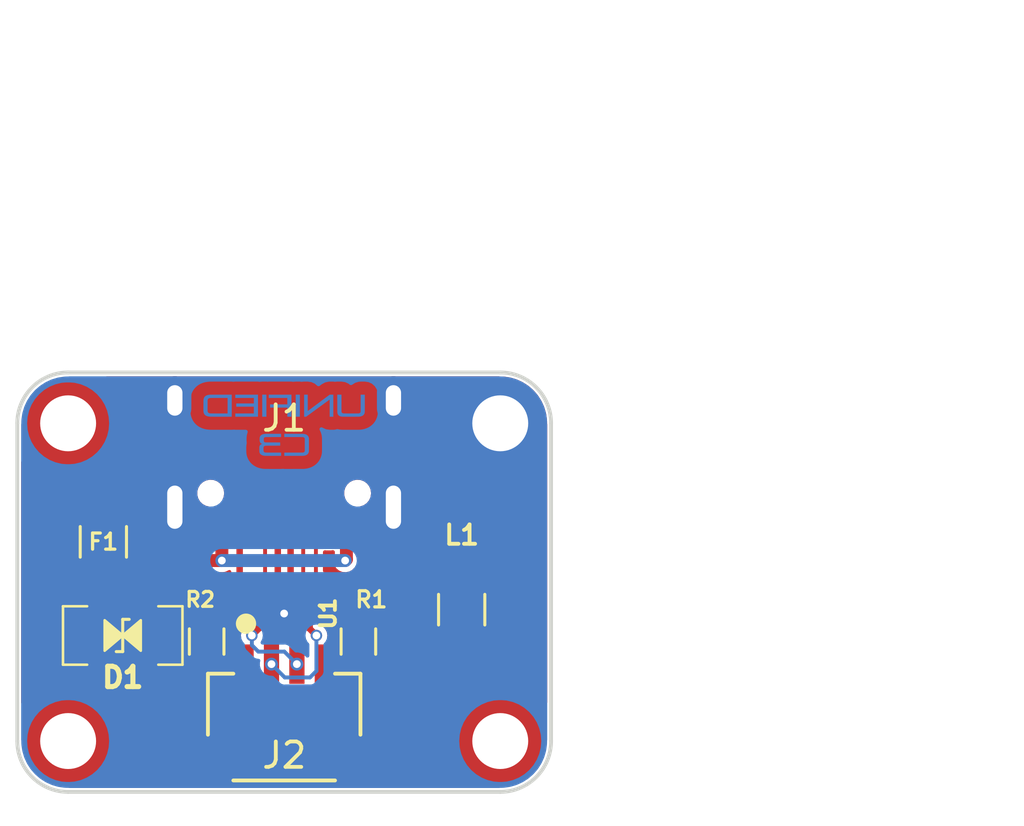
<source format=kicad_pcb>
(kicad_pcb (version 20210424) (generator pcbnew)
  (title_block (title "Unified Daughterboard") (date "2020-03-22") (rev "C3") (company "Designed by the keyboard community"))
  (layers (0 "F.Cu" signal) (31 "B.Cu" signal) (34 "B.Paste" user) (35 "F.Paste" user) (36 "B.SilkS" user "B.Silkscreen") (37 "F.SilkS" user "F.Silkscreen") (38 "B.Mask" user) (39 "F.Mask" user) (44 "Edge.Cuts" user))
  (net 0 "")
  (net 1 "GND")
  (net 2 "VCC")
  (net 3 "GNDPWR")
  (net 4 "Net-(J1-PadB8)")
  (net 5 "Net-(J1-PadA5)")
  (net 6 "DA+")
  (net 7 "Net-(J1-PadB5)")
  (net 8 "Net-(J1-PadA8)")
  (net 9 "DA-")
  (net 10 "VBUS")
  (footprint "random-keyboard-parts:Generic-Mounthole" (layer "F.Cu") (at 83.5045 58.543)
    (fp_text reference "MH2" hide)
    (fp_text value "Mount-M2" hide)
    (pad "1" thru_hole circle locked (at 0 0) (size 3.500001 3.500001) (drill 2.2) (layers *.Cu *.Mask) (net 3 "GNDPWR"))
  )
  (footprint "random-keyboard-parts:Generic-Mounthole" (layer "F.Cu") (at 66.5045 58.543)
    (fp_text reference "MH1")
    (fp_text value "Mount-M2" hide)
    (pad "" np_thru_hole circle locked (at 0 0) (size 3.500001 3.500001) (drill 2.2) (layers "F.Cu" "F.Mask") (clearance 0.508))
  )
  (footprint "acheron_Connectors:TYPE-C-31-M-12" (layer "F.Cu") (at 75.0025 63.343 180)
    (fp_text reference "J1" (at 0 5) (layer "F.SilkS"))
    (fp_text value "TYPE-C-31-M12_13")
    (pad "" np_thru_hole circle locked (at -2.89 2.051 180) (size 0.65 0.65) (drill 0.65) (layers *.Cu *.Mask))
    (pad "" np_thru_hole circle locked (at 2.89 2.051 180) (size 0.65 0.65) (drill 0.65) (layers *.Cu *.Mask))
    (pad "A1" smd roundrect locked (at -3.25 1.275 180) (size 0.6 1.45) (drill (offset 0 -0.55)) (layers "F.Cu" "F.Paste" "F.Mask") (net 3 "GNDPWR"))
    (pad "A4" smd roundrect locked (at -2.45 1.275 180) (size 0.6 1.45) (drill (offset 0 -0.55)) (layers "F.Cu" "F.Paste" "F.Mask") (net 10 "VBUS"))
    (pad "A5" smd roundrect locked (at -1.25 1.275 180) (size 0.3 1.45) (drill (offset 0 -0.55)) (layers "F.Cu" "F.Paste" "F.Mask") (net 5 "Net-(J1-PadA5)"))
    (pad "A6" smd roundrect locked (at -0.254 1.275 180) (size 0.3 1.45) (drill (offset 0 -0.55)) (layers "F.Cu" "F.Paste" "F.Mask") (net 6 "DA+"))
    (pad "A7" smd roundrect locked (at 0.25 1.275 180) (size 0.3 1.45) (drill (offset 0 -0.55)) (layers "F.Cu" "F.Paste" "F.Mask") (net 9 "DA-"))
    (pad "A8" smd roundrect locked (at 1.25 1.275 180) (size 0.3 1.45) (drill (offset 0 -0.55)) (layers "F.Cu" "F.Paste" "F.Mask") (net 8 "Net-(J1-PadA8)"))
    (pad "B1" smd roundrect locked (at 3.25 1.275 180) (size 0.6 1.45) (drill (offset 0 -0.55)) (layers "F.Cu" "F.Paste" "F.Mask") (net 3 "GNDPWR"))
    (pad "B4" smd roundrect locked (at 2.45 1.275 180) (size 0.6 1.45) (drill (offset 0 -0.55)) (layers "F.Cu" "F.Paste" "F.Mask") (net 10 "VBUS"))
    (pad "B5" smd roundrect locked (at 1.75 1.275 180) (size 0.3 1.45) (drill (offset 0 -0.55)) (layers "F.Cu" "F.Paste" "F.Mask") (net 7 "Net-(J1-PadB5)"))
    (pad "B6" smd roundrect locked (at 0.75 1.275 180) (size 0.3 1.45) (drill (offset 0 -0.55)) (layers "F.Cu" "F.Paste" "F.Mask") (net 6 "DA+"))
    (pad "B7" smd roundrect locked (at -0.75 1.275 180) (size 0.3 1.45) (drill (offset 0 -0.55)) (layers "F.Cu" "F.Paste" "F.Mask") (net 9 "DA-"))
    (pad "B8" smd roundrect locked (at -1.75 1.275 180) (size 0.3 1.45) (drill (offset 0 -0.55)) (layers "F.Cu" "F.Paste" "F.Mask") (net 4 "Net-(J1-PadB8)"))
    (pad "S" thru_hole oval locked (at -4.3 1.5 180) (size 1.1 2.2) (drill oval 0.6 1.7) (layers *.Cu *.Mask) (net 3 "GNDPWR"))
    (pad "S" thru_hole oval locked (at 4.3 5.7 180) (size 1.3 1.9) (drill oval 0.6 1.2) (layers *.Cu *.Mask) (net 3 "GNDPWR"))
    (pad "S" thru_hole oval locked (at -4.3 5.7 180) (size 1.3 1.9) (drill oval 0.6 1.2) (layers *.Cu *.Mask) (net 3 "GNDPWR"))
    (pad "S" thru_hole oval locked (at 4.3 1.5 180) (size 1.1 2.2) (drill oval 0.6 1.7) (layers *.Cu *.Mask) (net 3 "GNDPWR"))
  )
  (footprint "random-keyboard-parts:JST-SR-4" (layer "F.Cu") (at 75.0045 72.793)
    (fp_text reference "J2" (at 0.004 -1.189) (layer "F.SilkS"))
    (fp_text value "SM04B-SRSS-TB(LF)(SN)")
    (fp_line (start 2 -4.4) (end 3 -4.4) (layer "F.SilkS") (width 0.15))
    (fp_line (start 3 -4.4) (end 3 -2) (layer "F.SilkS") (width 0.15))
    (fp_line (start -3 -2) (end -3 -4.4) (layer "F.SilkS") (width 0.15))
    (fp_line (start 2 -0.2) (end -2 -0.2) (layer "F.SilkS") (width 0.15))
    (fp_line (start -3 -4.4) (end -2 -4.4) (layer "F.SilkS") (width 0.15))
    (pad "" smd rect locked (at 2.8 -0.9) (size 1.2 1.8) (layers "F.Cu" "F.Paste" "F.Mask"))
    (pad "" smd rect locked (at -2.8 -0.9) (size 1.2 1.8) (layers "F.Cu" "F.Paste" "F.Mask"))
    (pad "1" smd rect locked (at -1.5 -4.775) (size 0.6 1.55) (layers "F.Cu" "F.Paste" "F.Mask") (net 2 "VCC"))
    (pad "2" smd rect locked (at -0.5 -4.775) (size 0.6 1.55) (layers "F.Cu" "F.Paste" "F.Mask") (net 9 "DA-"))
    (pad "3" smd rect locked (at 0.5 -4.775) (size 0.6 1.55) (layers "F.Cu" "F.Paste" "F.Mask") (net 6 "DA+"))
    (pad "4" smd rect locked (at 1.5 -4.775) (size 0.6 1.55) (layers "F.Cu" "F.Paste" "F.Mask") (net 1 "GND"))
  )
  (footprint "acheron_Components:D_SOD-123_Bidirectional" (layer "F.Cu") (at 68.6525 66.89 180)
    (fp_text reference "D1" (at 0 -1.651 180) (layer "F.SilkS") (effects (font (size 0.8 0.8) (thickness 0.2))))
    (fp_text value "SMF9.0CA")
    (fp_line (start 0 0.635) (end 0 -0.635) (layer "F.SilkS") (width 0.12))
    (fp_line (start 2.35 -1.15) (end 1.4 -1.15) (layer "F.SilkS") (width 0.1016))
    (fp_line (start -2.35 1.15) (end -1.4 1.15) (layer "F.SilkS") (width 0.1016))
    (fp_line (start 2.35 -1.15) (end 2.35 1.15) (layer "F.SilkS") (width 0.1016))
    (fp_line (start -2.35 1.15) (end -2.35 -1.15) (layer "F.SilkS") (width 0.1016))
    (fp_line (start 0 0.635) (end -0.254 0.635) (layer "F.SilkS") (width 0.12))
    (fp_line (start 0 -0.635) (end 0.254 -0.635) (layer "F.SilkS") (width 0.12))
    (fp_line (start -2.35 -1.15) (end -1.4 -1.15) (layer "F.SilkS") (width 0.1016))
    (fp_line (start 2.35 1.15) (end 1.4 1.15) (layer "F.SilkS") (width 0.1016))
    (fp_poly (pts (xy 0 0) (xy -0.711 0.6) (xy -0.711 -0.6)) (layer "F.SilkS") (width 0.1) (fill solid))
    (fp_poly (pts (xy 0 0) (xy 0.711 -0.6) (xy 0.711 0.6)) (layer "F.SilkS") (width 0.1) (fill solid))
    (pad "1" smd roundrect locked (at -1.65 0 180) (size 1 1.2) (layers "F.Cu" "F.Paste" "F.Mask") (net 3 "GNDPWR"))
    (pad "2" smd roundrect locked (at 1.65 0 180) (size 1 1.2) (layers "F.Cu" "F.Paste" "F.Mask") (net 2 "VCC"))
  )
  (footprint "random-keyboard-parts:Generic-Mounthole" (layer "F.Cu") (at 83.5045 71.043)
    (fp_text reference "MH4" hide)
    (fp_text value "Mount-M2" hide)
    (pad "" np_thru_hole circle locked (at 0 0) (size 3.500001 3.500001) (drill 2.2) (layers "F.Cu" "F.Mask") (clearance 0.508))
  )
  (footprint "random-keyboard-parts:Generic-Mounthole" (layer "F.Cu") (at 66.5045 71.043)
    (fp_text reference "MH3" hide)
    (fp_text value "Mount-M2" hide)
    (pad "" np_thru_hole circle locked (at 0 0) (size 3.500001 3.500001) (drill 2.2) (layers "F.Cu" "F.Mask") (clearance 0.508))
  )
  (footprint "Fuse:Fuse_1206_3216Metric" (layer "F.Cu") (at 67.8905 63.207 -90)
    (fp_text reference "F1" (at 0 0) (layer "F.SilkS") (effects (font (size 0.635 0.635) (thickness 0.127))))
    (fp_text value "ASMD1206-150")
    (fp_line (start -0.602064 -0.91) (end 0.602064 -0.91) (layer "F.SilkS") (width 0.12))
    (fp_line (start -0.602064 0.91) (end 0.602064 0.91) (layer "F.SilkS") (width 0.12))
    (pad "1" smd roundrect locked (at -1.4 0 270) (size 1.25 1.75) (layers "F.Cu" "F.Paste" "F.Mask") (roundrect_rratio 0.2) (net 10 "VBUS"))
    (pad "2" smd roundrect locked (at 1.4 0 270) (size 1.25 1.75) (layers "F.Cu" "F.Paste" "F.Mask") (roundrect_rratio 0.2) (net 2 "VCC"))
  )
  (footprint "acheron_Components:USON-10_2.5x1.0mm_P0.5mm" (layer "F.Cu") (at 75.0025 66.0264 90)
    (fp_text reference "U1" (at 0 1.7272 90) (layer "F.SilkS") (effects (font (size 0.6 0.6))))
    (fp_text value "TPD4E05U06DQAR")
    (fp_circle (center -0.4 -1.5) (end -0.4 -1.5) (layer "F.SilkS") (width 0.4) (fill none))
    (pad "1" smd roundrect locked (at -0.385 -1) (size 0.25 0.55) (layers "F.Cu" "F.Paste" "F.Mask") (roundrect_rratio 0.5) (net 6 "DA+"))
    (pad "2" smd rect locked (at -0.385 -0.5) (size 0.25 0.55) (layers "F.Cu" "F.Paste" "F.Mask") (net 9 "DA-"))
    (pad "3" smd rect locked (at -0.385 0) (size 0.3 0.55) (layers "F.Cu" "F.Paste" "F.Mask") (net 3 "GNDPWR"))
    (pad "4" smd rect locked (at -0.385 0.5) (size 0.25 0.55) (layers "F.Cu" "F.Paste" "F.Mask") (net 6 "DA+"))
    (pad "5" smd rect locked (at -0.385 1) (size 0.25 0.55) (layers "F.Cu" "F.Paste" "F.Mask") (net 9 "DA-"))
    (pad "6" smd rect locked (at 0.385 1) (size 0.25 0.55) (layers "F.Cu" "F.Paste" "F.Mask") (net 9 "DA-"))
    (pad "7" smd rect locked (at 0.385 0.5) (size 0.25 0.55) (layers "F.Cu" "F.Paste" "F.Mask") (net 6 "DA+"))
    (pad "8" smd rect locked (at 0.385 0) (size 0.3 0.55) (layers "F.Cu" "F.Paste" "F.Mask") (net 3 "GNDPWR"))
    (pad "9" smd rect locked (at 0.385 -0.5) (size 0.25 0.55) (layers "F.Cu" "F.Paste" "F.Mask") (net 9 "DA-"))
    (pad "10" smd rect locked (at 0.385 -1) (size 0.25 0.55) (layers "F.Cu" "F.Paste" "F.Mask") (net 6 "DA+"))
  )
  (footprint "Resistors_SMD:R_0603" (layer "F.Cu") (at 71.9545 67.129 -90)
    (fp_text reference "R2" (at -1.651 0.254 180) (layer "F.SilkS") (effects (font (size 0.5842 0.5842) (thickness 0.127))))
    (fp_text value "5.1k")
    (fp_line (start -0.5 -0.68) (end 0.5 -0.68) (layer "F.SilkS") (width 0.12))
    (fp_line (start 0.5 0.68) (end -0.5 0.68) (layer "F.SilkS") (width 0.12))
    (pad "1" smd rect locked (at -0.75 0 270) (size 0.5 0.9) (layers "F.Cu" "F.Paste" "F.Mask") (net 7 "Net-(J1-PadB5)"))
    (pad "2" smd rect locked (at 0.75 0 270) (size 0.5 0.9) (layers "F.Cu" "F.Paste" "F.Mask") (net 3 "GNDPWR"))
  )
  (footprint "Resistors_SMD:R_0603" (layer "F.Cu") (at 77.9235 67.129 -90)
    (fp_text reference "R1" (at -1.651 -0.508) (layer "F.SilkS") (effects (font (size 0.635 0.635) (thickness 0.127))))
    (fp_text value "5.1k")
    (fp_line (start 0.5 0.68) (end -0.5 0.68) (layer "F.SilkS") (width 0.12))
    (fp_line (start -0.5 -0.68) (end 0.5 -0.68) (layer "F.SilkS") (width 0.12))
    (pad "1" smd rect locked (at -0.75 0 270) (size 0.5 0.9) (layers "F.Cu" "F.Paste" "F.Mask") (net 5 "Net-(J1-PadA5)"))
    (pad "2" smd rect locked (at 0.75 0 270) (size 0.5 0.9) (layers "F.Cu" "F.Paste" "F.Mask") (net 3 "GNDPWR"))
  )
  (footprint "Inductor_SMD:L_1206_3216Metric" (layer "F.Cu") (at 81.9875 65.874 90)
    (fp_text reference "L1" (at 2.936 0 180) (layer "F.SilkS") (effects (font (size 0.762 0.762) (thickness 0.1524))))
    (fp_text value "60R@100MHz")
    (fp_line (start -0.602064 -0.91) (end 0.602064 -0.91) (layer "F.SilkS") (width 0.12))
    (fp_line (start -0.602064 0.91) (end 0.602064 0.91) (layer "F.SilkS") (width 0.12))
    (pad "1" smd roundrect locked (at -1.4 0 90) (size 1.25 1.75) (layers "F.Cu" "F.Paste" "F.Mask") (roundrect_rratio 0.2) (net 1 "GND"))
    (pad "2" smd roundrect locked (at 1.4 0 90) (size 1.25 1.75) (layers "F.Cu" "F.Paste" "F.Mask") (roundrect_rratio 0.2) (net 3 "GNDPWR"))
  )
  (footprint "Unified-Daughterboard-Logo:Unified-Daughterboard-Name.pretty" (layer "B.Cu") (at 75.0025 58.62 180)
    (fp_text reference "G2" hide)
    (fp_text value "Unified-Daughterboard-Name" hide)
    (pad "1" smd custom locked (at 0.78 0.91 180) (size 0.1 0.1) (layers "B.Cu" "B.Mask") (options (clearance outline) (anchor circle)) (primitives (gr_poly (pts (xy 0.082346 -0.574233) (xy -0.08184 -0.574233) (xy -0.08184 0.294029) (xy 0.082346 0.294029)) (width 0) (fill yes))))
    (pad "1" smd custom locked (at 0.52 -0.73 180) (size 0.1 0.1) (layers "B.Cu" "B.Mask") (options (clearance outline) (anchor circle)) (primitives (gr_poly (pts (xy 0.036814 0.394003) (xy 0.066889 0.393969) (xy 0.094232 0.393912) (xy 0.118817 0.393835) (xy 0.140617 0.393736) (xy 0.159607 0.393616) (xy 0.175759 0.393475) (xy 0.189048 0.393313) (xy 0.199447 0.39313) (xy 0.206929 0.392927) (xy 0.20996 0.392797) (xy 0.24124 0.39039) (xy 0.269999 0.386589) (xy 0.296342 0.38136) (xy 0.320374 0.374669) (xy 0.342202 0.366479) (xy 0.361931 0.356757) (xy 0.379667 0.345468) (xy 0.395515 0.332578) (xy 0.396639 0.331537) (xy 0.410142 0.316976) (xy 0.421412 0.300576) (xy 0.430475 0.282284) (xy 0.43736 0.262045) (xy 0.442093 0.239803) (xy 0.442231 0.238921) (xy 0.442943 0.232475) (xy 0.443524 0.2236) (xy 0.443972 0.212784) (xy 0.44429 0.200519) (xy 0.444476 0.187292) (xy 0.444531 0.173593) (xy 0.444456 0.159912) (xy 0.444252 0.146738) (xy 0.443917 0.134561) (xy 0.443453 0.123868) (xy 0.442861 0.115151) (xy 0.442139 0.108898) (xy 0.442136 0.108879) (xy 0.437575 0.088735) (xy 0.430735 0.070047) (xy 0.421759 0.052993) (xy 0.410787 0.03775) (xy 0.39796 0.024494) (xy 0.383421 0.013403) (xy 0.36731 0.004652) (xy 0.355107 -0.000007) (xy 0.35037 -0.001668) (xy 0.34719 -0.003066) (xy 0.346162 -0.003934) (xy 0.346233 -0.004003) (xy 0.348261 -0.004834) (xy 0.35215 -0.006203) (xy 0.355658 -0.007361) (xy 0.374014 -0.014706) (xy 0.391868 -0.024655) (xy 0.408658 -0.036859) (xy 0.421513 -0.048579) (xy 0.430795 -0.058772) (xy 0.437945 -0.06865) (xy 0.443513 -0.079144) (xy 0.448048 -0.091184) (xy 0.449481 -0.095893) (xy 0.450886 -0.101058) (xy 0.452092 -0.106308) (xy 0.453111 -0.111896) (xy 0.453956 -0.118075) (xy 0.454638 -0.125097) (xy 0.45517 -0.133217) (xy 0.455565 -0.142686) (xy 0.455834 -0.153757) (xy 0.45599 -0.166684) (xy 0.456045 -0.181718) (xy 0.456011 -0.199114) (xy 0.455901 -0.219124) (xy 0.455845 -0.227015) (xy 0.455699 -0.246046) (xy 0.45555 -0.262402) (xy 0.45537 -0.276368) (xy 0.455134 -0.288225) (xy 0.454815 -0.298257) (xy 0.454388 -0.306749) (xy 0.453827 -0.313983) (xy 0.453106 -0.320243) (xy 0.452198 -0.325813) (xy 0.451078 -0.330975) (xy 0.44972 -0.336013) (xy 0.448098 -0.341211) (xy 0.446185 -0.346852) (xy 0.444385 -0.352) (xy 0.436271 -0.370825) (xy 0.425675 -0.388126) (xy 0.412579 -0.40392) (xy 0.396964 -0.418223) (xy 0.37881 -0.431054) (xy 0.358101 -0.442428) (xy 0.334816 -0.452364) (xy 0.33421 -0.452591) (xy 0.313456 -0.459297) (xy 0.29046 -0.464759) (xy 0.265071 -0.469006) (xy 0.237137 -0.472068) (xy 0.231483 -0.472522) (xy 0.227444 -0.472711) (xy 0.220507 -0.472889) (xy 0.210732 -0.473055) (xy 0.198179 -0.473209) (xy 0.182908 -0.47335) (xy 0.164979 -0.473479) (xy 0.144453 -0.473596) (xy 0.12139 -0.473699) (xy 0.095849 -0.473788) (xy 0.067891 -0.473865) (xy 0.037575 -0.473927) (xy 0.004963 -0.473974) (xy -0.029886 -0.474008) (xy -0.066911 -0.474026) (xy -0.095055 -0.47403) (xy -0.401699 -0.47403) (xy -0.401314 -0.410057) (xy -0.400928 -0.346083) (xy -0.094004 -0.345344) (xy 0.21292 -0.344604) (xy 0.22752 -0.340576) (xy 0.243116 -0.335501) (xy 0.256059 -0.329555) (xy 0.266565 -0.322593) (xy 0.27485 -0.314468) (xy 0.28113 -0.305037) (xy 0.281618 -0.304092) (xy 0.283733 -0.299797) (xy 0.285505 -0.295814) (xy 0.286966 -0.291836) (xy 0.288151 -0.287554) (xy 0.289093 -0.28266) (xy 0.289826 -0.276847) (xy 0.290384 -0.269806) (xy 0.290801 -0.26123) (xy 0.29111 -0.250811) (xy 0.291345 -0.238241) (xy 0.29154 -0.223211) (xy 0.291656 -0.212506) (xy 0.291807 -0.193423) (xy 0.291838 -0.176815) (xy 0.291751 -0.162775) (xy 0.291546 -0.151397) (xy 0.291226 -0.142773) (xy 0.290791 -0.136997) (xy 0.290709 -0.13633) (xy 0.287993 -0.123624) (xy 0.283362 -0.112695) (xy 0.276633 -0.103349) (xy 0.267622 -0.095389) (xy 0.256147 -0.088622) (xy 0.242024 -0.082851) (xy 0.239897 -0.082135) (xy 0.237084 -0.081192) (xy 0.234531 -0.080326) (xy 0.232109 -0.079533) (xy 0.229687 -0.07881) (xy 0.227137 -0.078154) (xy 0.224328 -0.077561) (xy 0.22113 -0.077027) (xy 0.217414 -0.076549) (xy 0.21305 -0.076125) (xy 0.207909 -0.075749) (xy 0.201859 -0.075419) (xy 0.194773 -0.075131) (xy 0.186519 -0.074882) (xy 0.176968 -0.074668) (xy 0.165991 -0.074485) (xy 0.153457 -0.074332) (xy 0.139238 -0.074203) (xy 0.123202 -0.074095) (xy 0.10522 -0.074005) (xy 0.085163 -0.07393) (xy 0.062901 -0.073865) (xy 0.038304 -0.073808) (xy 0.011242 -0.073755) (xy -0.018414 -0.073702) (xy -0.050795 -0.073647) (xy -0.078859 -0.073598) (xy -0.36472 -0.073087) (xy -0.36395 0.054767) (xy 0.218836 0.056317) (xy 0.231049 0.059589) (xy 0.243885 0.063686) (xy 0.254177 0.06852) (xy 0.2623 0.074348) (xy 0.268629 0.08143) (xy 0.272661 0.088185) (xy 0.274618 0.092282) (xy 0.276214 0.096204) (xy 0.277483 0.100294) (xy 0.278455 0.104896) (xy 0.279164 0.110352) (xy 0.279642 0.117006) (xy 0.279921 0.125202) (xy 0.280035 0.135283) (xy 0.280015 0.147592) (xy 0.279893 0.162473) (xy 0.279873 0.164511) (xy 0.279698 0.179573) (xy 0.279478 0.192007) (xy 0.279165 0.20214) (xy 0.278713 0.210304) (xy 0.278074 0.216826) (xy 0.277201 0.222038) (xy 0.276047 0.226267) (xy 0.274566 0.229844) (xy 0.27271 0.233097) (xy 0.270432 0.236357) (xy 0.269417 0.237704) (xy 0.262986 0.244896) (xy 0.255535 0.250693) (xy 0.246579 0.255351) (xy 0.235632 0.259124) (xy 0.22305 0.262101) (xy 0.221398 0.262406) (xy 0.219527 0.262687) (xy 0.217312 0.262945) (xy 0.21463 0.263182) (xy 0.211358 0.263398) (xy 0.207372 0.263595) (xy 0.202549 0.263774) (xy 0.196765 0.263937) (xy 0.189898 0.264083) (xy 0.181822 0.264216) (xy 0.172416 0.264335) (xy 0.161556 0.264442) (xy 0.149117 0.264538) (xy 0.134977 0.264625) (xy 0.119012 0.264703) (xy 0.101099 0.264773) (xy 0.081114 0.264838) (xy 0.058934 0.264898) (xy 0.034436 0.264954) (xy 0.007495 0.265008) (xy -0.022011 0.26506) (xy -0.054206 0.265112) (xy -0.089214 0.265166) (xy -0.095869 0.265175) (xy -0.401699 0.265627) (xy -0.401314 0.32956) (xy -0.400928 0.393493) (xy -0.110275 0.393927) (xy -0.069537 0.393978) (xy -0.031425 0.394008) (xy 0.004034 0.394017)) (width 0) (fill yes))))
    (pad "1" smd custom locked (at -0.21 1.11 180) (size 0.1 0.1) (layers "B.Cu" "B.Mask") (options (clearance outline) (anchor circle)) (primitives (gr_poly (pts (xy 0.813494 -0.034657) (xy 0.085751 -0.034657) (xy 0.085751 -0.287592) (xy 0.764682 -0.287592) (xy 0.764682 -0.416278) (xy 0.085763 -0.416278) (xy 0.085387 -0.594886) (xy 0.085012 -0.773493) (xy 0.003288 -0.773876) (xy -0.078435 -0.774258) (xy -0.078435 0.094029) (xy 0.813494 0.094029)) (width 0) (fill yes))))
    (pad "1" smd custom locked (at 1.12 1.09 180) (size 0.1 0.1) (layers "B.Cu" "B.Mask") (options (clearance outline) (anchor circle)) (primitives (gr_poly (pts (xy 0.801419 -0.014657) (xy 0.072197 -0.014657) (xy 0.072197 -0.230613) (xy 0.76444 -0.230613) (xy 0.76444 -0.359299) (xy 0.072181 -0.359299) (xy 0.072558 -0.492053) (xy 0.072936 -0.624807) (xy 0.437177 -0.62518) (xy 0.801419 -0.625552) (xy 0.801419 -0.754233) (xy 0.355701 -0.754233) (xy 0.319573 -0.75423) (xy 0.284211 -0.75422) (xy 0.24973 -0.754204) (xy 0.216242 -0.754183) (xy 0.183864 -0.754156) (xy 0.152708 -0.754124) (xy 0.122891 -0.754087) (xy 0.094525 -0.754045) (xy 0.067726 -0.753998) (xy 0.042608 -0.753947) (xy 0.019286 -0.753893) (xy -0.002127 -0.753834) (xy -0.021516 -0.753772) (xy -0.038766 -0.753707) (xy -0.053764 -0.753638) (xy -0.066393 -0.753567) (xy -0.076541 -0.753493) (xy -0.084093 -0.753417) (xy -0.088934 -0.75334) (xy -0.09095 -0.75326) (xy -0.091003 -0.753247) (xy -0.091084 -0.751705) (xy -0.091164 -0.747321) (xy -0.091241 -0.740211) (xy -0.091316 -0.730491) (xy -0.091388 -0.718277) (xy -0.091458 -0.703685) (xy -0.091524 -0.686831) (xy -0.091588 -0.667831) (xy -0.091647 -0.646802) (xy -0.091703 -0.623859) (xy -0.091755 -0.599118) (xy -0.091802 -0.572696) (xy -0.091844 -0.544709) (xy -0.091882 -0.515272) (xy -0.091914 -0.484502) (xy -0.091941 -0.452515) (xy -0.091963 -0.419426) (xy -0.091978 -0.385353) (xy -0.091987 -0.350411) (xy -0.091989 -0.319116) (xy -0.091989 0.114029) (xy 0.801419 0.114029)) (width 0) (fill yes))))
    (pad "1" smd custom locked (at -3.1 0.8 180) (size 0.1 0.1) (layers "B.Cu" "B.Mask") (options (clearance outline) (anchor circle)) (primitives (gr_poly (pts (xy 0.089951 0.069371) (xy 0.089952 0.031594) (xy 0.089952 -0.003341) (xy 0.089953 -0.035549) (xy 0.089959 -0.065147) (xy 0.089972 -0.092251) (xy 0.089995 -0.116977) (xy 0.09003 -0.13944) (xy 0.090082 -0.159757) (xy 0.090152 -0.178044) (xy 0.090244 -0.194417) (xy 0.09036 -0.208991) (xy 0.090503 -0.221883) (xy 0.090677 -0.233209) (xy 0.090884 -0.243085) (xy 0.091127 -0.251626) (xy 0.091408 -0.258949) (xy 0.091732 -0.26517) (xy 0.0921 -0.270405) (xy 0.092515 -0.274769) (xy 0.092981 -0.278379) (xy 0.0935 -0.281351) (xy 0.094075 -0.283801) (xy 0.094709 -0.285845) (xy 0.095405 -0.287598) (xy 0.096166 -0.289178) (xy 0.096994 -0.290699) (xy 0.097893 -0.292277) (xy 0.098866 -0.29403) (xy 0.098977 -0.294237) (xy 0.106317 -0.305001) (xy 0.115997 -0.314107) (xy 0.128049 -0.321571) (xy 0.142509 -0.327411) (xy 0.159412 -0.331646) (xy 0.17591 -0.334016) (xy 0.179246 -0.334204) (xy 0.185359 -0.33438) (xy 0.194065 -0.334544) (xy 0.205185 -0.334696) (xy 0.218535 -0.334836) (xy 0.233933 -0.334964) (xy 0.251199 -0.335081) (xy 0.270149 -0.335185) (xy 0.290601 -0.335278) (xy 0.312375 -0.335358) (xy 0.335288 -0.335427) (xy 0.359158 -0.335484) (xy 0.383803 -0.335529) (xy 0.409041 -0.335562) (xy 0.434691 -0.335583) (xy 0.46057 -0.335592) (xy 0.486496 -0.335589) (xy 0.512288 -0.335574) (xy 0.537763 -0.335548) (xy 0.56274 -0.335509) (xy 0.587037 -0.335459) (xy 0.610471 -0.335397) (xy 0.632862 -0.335322) (xy 0.654026 -0.335236) (xy 0.673782 -0.335138) (xy 0.691949 -0.335028) (xy 0.708343 -0.334906) (xy 0.722784 -0.334772) (xy 0.735089 -0.334626) (xy 0.745076 -0.334468) (xy 0.752564 -0.334299) (xy 0.757371 -0.334117) (xy 0.758715 -0.334021) (xy 0.777734 -0.331215) (xy 0.794289 -0.326811) (xy 0.808426 -0.320781) (xy 0.820189 -0.313093) (xy 0.829625 -0.303717) (xy 0.836778 -0.292623) (xy 0.841693 -0.279782) (xy 0.842026 -0.278547) (xy 0.842279 -0.277334) (xy 0.842513 -0.275636) (xy 0.842728 -0.273342) (xy 0.842926 -0.270338) (xy 0.843106 -0.266511) (xy 0.84327 -0.261748) (xy 0.843419 -0.255935) (xy 0.843553 -0.24896) (xy 0.843673 -0.240709) (xy 0.84378 -0.231069) (xy 0.843874 -0.219928) (xy 0.843956 -0.207172) (xy 0.844027 -0.192687) (xy 0.844088 -0.176361) (xy 0.844139 -0.15808) (xy 0.844182 -0.137732) (xy 0.844216 -0.115203) (xy 0.844243 -0.090381) (xy 0.844263 -0.063151) (xy 0.844278 -0.033401) (xy 0.844287 -0.001018) (xy 0.844292 0.034112) (xy 0.844293 0.067094) (xy 0.844293 0.404029) (xy 1.010053 0.404029) (xy 1.009556 0.059017) (xy 1.009502 0.020589) (xy 1.009454 -0.015001) (xy 1.009408 -0.047871) (xy 1.009362 -0.078142) (xy 1.009313 -0.105933) (xy 1.009257 -0.131363) (xy 1.009192 -0.154552) (xy 1.009113 -0.175619) (xy 1.00902 -0.194684) (xy 1.008908 -0.211867) (xy 1.008774 -0.227287) (xy 1.008615 -0.241063) (xy 1.008429 -0.253315) (xy 1.008212 -0.264163) (xy 1.007962 -0.273726) (xy 1.007675 -0.282124) (xy 1.007348 -0.289476) (xy 1.006978 -0.295902) (xy 1.006562 -0.301521) (xy 1.006098 -0.306452) (xy 1.005582 -0.310816) (xy 1.005011 -0.314732) (xy 1.004382 -0.31832) (xy 1.003692 -0.321698) (xy 1.002938 -0.324986) (xy 1.002118 -0.328305) (xy 1.001227 -0.331773) (xy 1.000264 -0.33551) (xy 0.999505 -0.338505) (xy 0.992987 -0.358905) (xy 0.984093 -0.377575) (xy 0.97288 -0.394443) (xy 0.959403 -0.409438) (xy 0.943719 -0.42249) (xy 0.925882 -0.433527) (xy 0.924506 -0.434247) (xy 0.910155 -0.441169) (xy 0.895924 -0.44693) (xy 0.88132 -0.451648) (xy 0.865846 -0.455443) (xy 0.849006 -0.458433) (xy 0.830305 -0.460737) (xy 0.809248 -0.462474) (xy 0.805835 -0.462694) (xy 0.801797 -0.462851) (xy 0.794977 -0.462998) (xy 0.785549 -0.463134) (xy 0.773691 -0.463261) (xy 0.759577 -0.463378) (xy 0.743383 -0.463485) (xy 0.725286 -0.463582) (xy 0.70546 -0.463669) (xy 0.684081 -0.463747) (xy 0.661326 -0.463814) (xy 0.637369 -0.463872) (xy 0.612387 -0.46392) (xy 0.586556 -0.463959) (xy 0.56005 -0.463987) (xy 0.533046 -0.464006) (xy 0.505719 -0.464015) (xy 0.478246 -0.464015) (xy 0.450801 -0.464005) (xy 0.423561 -0.463985) (xy 0.396701 -0.463956) (xy 0.370397 -0.463917) (xy 0.344824 -0.463869) (xy 0.32016 -0.463811) (xy 0.296578 -0.463744) (xy 0.274255 -0.463667) (xy 0.253366 -0.463581) (xy 0.234088 -0.463485) (xy 0.216596 -0.46338) (xy 0.201065 -0.463265) (xy 0.187672 -0.463141) (xy 0.176592 -0.463008) (xy 0.168001 -0.462866) (xy 0.162074 -0.462714) (xy 0.159766 -0.462612) (xy 0.130734 -0.460065) (xy 0.103987 -0.456031) (xy 0.079213 -0.450434) (xy 0.056097 -0.4432) (xy 0.034325 -0.434254) (xy 0.027473 -0.430958) (xy 0.010583 -0.421761) (xy -0.003985 -0.412081) (xy -0.01687 -0.401474) (xy -0.022834 -0.39573) (xy -0.036916 -0.379497) (xy -0.048721 -0.361574) (xy -0.058291 -0.341867) (xy -0.065671 -0.320281) (xy -0.070903 -0.296724) (xy -0.072005 -0.289648) (xy -0.072252 -0.287609) (xy -0.07248 -0.285022) (xy -0.07269 -0.281773) (xy -0.072883 -0.277748) (xy -0.07306 -0.272833) (xy -0.07322 -0.266916) (xy -0.073366 -0.259882) (xy -0.073498 -0.251618) (xy -0.073615 -0.242011) (xy -0.07372 -0.230945) (xy -0.073813 -0.218309) (xy -0.073894 -0.203987) (xy -0.073965 -0.187867) (xy -0.074025 -0.169835) (xy -0.074076 -0.149778) (xy -0.074119 -0.12758) (xy -0.074153 -0.10313) (xy -0.074181 -0.076313) (xy -0.074202 -0.047016) (xy -0.074217 -0.015124) (xy -0.074227 0.019475) (xy -0.074233 0.056895) (xy -0.074233 0.064934) (xy -0.07426 0.404029) (xy 0.089925 0.404029)) (width 0) (fill yes))))
    (pad "1" smd custom locked (at -0.9 -0.79 180) (size 0.1 0.1) (layers "B.Cu" "B.Mask") (options (clearance outline) (anchor circle)) (primitives (gr_poly (pts (xy 0.894083 0.325546) (xy 0.541462 0.325546) (xy 0.502296 0.325545) (xy 0.465973 0.32554) (xy 0.432379 0.325531) (xy 0.401399 0.325515) (xy 0.372919 0.325491) (xy 0.346825 0.325457) (xy 0.323001 0.325412) (xy 0.301333 0.325354) (xy 0.281706 0.325282) (xy 0.264006 0.325194) (xy 0.248118 0.325088) (xy 0.233927 0.324964) (xy 0.22132 0.324818) (xy 0.21018 0.324651) (xy 0.200394 0.324459) (xy 0.191847 0.324243) (xy 0.184424 0.323999) (xy 0.178011 0.323727) (xy 0.172493 0.323425) (xy 0.167755 0.323092) (xy 0.163683 0.322725) (xy 0.160163 0.322323) (xy 0.157079 0.321885) (xy 0.154316 0.321409) (xy 0.151761 0.320894) (xy 0.149299 0.320338) (xy 0.148591 0.320169) (xy 0.134767 0.315738) (xy 0.122093 0.309466) (xy 0.111022 0.301664) (xy 0.102003 0.292642) (xy 0.096276 0.284226) (xy 0.09522 0.282323) (xy 0.094258 0.280578) (xy 0.093385 0.278853) (xy 0.092597 0.277009) (xy 0.091889 0.274907) (xy 0.091257 0.272409) (xy 0.090698 0.269377) (xy 0.090206 0.265671) (xy 0.089777 0.261153) (xy 0.089407 0.255685) (xy 0.089091 0.249127) (xy 0.088825 0.241342) (xy 0.088606 0.232189) (xy 0.088427 0.221532) (xy 0.088286 0.209231) (xy 0.088177 0.195148) (xy 0.088097 0.179143) (xy 0.088041 0.161079) (xy 0.088004 0.140816) (xy 0.087983 0.118217) (xy 0.087973 0.093142) (xy 0.08797 0.065453) (xy 0.087968 0.035011) (xy 0.087967 0.019302) (xy 0.087962 -0.012397) (xy 0.087956 -0.041279) (xy 0.087954 -0.067481) (xy 0.08796 -0.091143) (xy 0.087981 -0.112407) (xy 0.088019 -0.131409) (xy 0.088081 -0.148292) (xy 0.08817 -0.163194) (xy 0.088293 -0.176254) (xy 0.088453 -0.187613) (xy 0.088655 -0.19741) (xy 0.088905 -0.205785) (xy 0.089207 -0.212877) (xy 0.089566 -0.218826) (xy 0.089987 -0.223772) (xy 0.090474 -0.227854) (xy 0.091032 -0.231212) (xy 0.091667 -0.233986) (xy 0.092383 -0.236315) (xy 0.093185 -0.238338) (xy 0.094077 -0.240196) (xy 0.095065 -0.242029) (xy 0.096154 -0.243975) (xy 0.097122 -0.245749) (xy 0.104221 -0.256019) (xy 0.113823 -0.264855) (xy 0.125966 -0.272283) (xy 0.140689 -0.27833) (xy 0.148215 -0.28062) (xy 0.162643 -0.284604) (xy 0.894083 -0.285396) (xy 0.894083 -0.41403) (xy 0.526884 -0.413772) (xy 0.494046 -0.413747) (xy 0.461942 -0.413718) (xy 0.430703 -0.413687) (xy 0.400456 -0.413653) (xy 0.37133 -0.413616) (xy 0.343454 -0.413577) (xy 0.316956 -0.413536) (xy 0.291966 -0.413493) (xy 0.268613 -0.413449) (xy 0.247024 -0.413404) (xy 0.227328 -0.413358) (xy 0.209656 -0.413311) (xy 0.194134 -0.413263) (xy 0.180892 -0.413216) (xy 0.170059 -0.413168) (xy 0.161763 -0.413121) (xy 0.156133 -0.413074) (xy 0.153298 -0.413029) (xy 0.153028 -0.413017) (xy 0.121848 -0.409723) (xy 0.09296 -0.404651) (xy 0.066269 -0.397774) (xy 0.041682 -0.389062) (xy 0.019103 -0.378489) (xy -0.000191 -0.366948) (xy -0.009353 -0.360104) (xy -0.019054 -0.351632) (xy -0.028538 -0.342284) (xy -0.037047 -0.332809) (xy -0.043823 -0.323961) (xy -0.044427 -0.323062) (xy -0.055649 -0.303459) (xy -0.064639 -0.281934) (xy -0.071402 -0.25847) (xy -0.072805 -0.252009) (xy -0.073144 -0.250229) (xy -0.073454 -0.248282) (xy -0.073735 -0.246032) (xy -0.073989 -0.243343) (xy -0.074218 -0.240081) (xy -0.074422 -0.236108) (xy -0.074604 -0.231291) (xy -0.074764 -0.225492) (xy -0.074904 -0.218577) (xy -0.075025 -0.21041) (xy -0.075129 -0.200854) (xy -0.075216 -0.189776) (xy -0.075289 -0.177038) (xy -0.075348 -0.162506) (xy -0.075396 -0.146044) (xy -0.075432 -0.127516) (xy -0.075459 -0.106786) (xy -0.075478 -0.083719) (xy -0.075491 -0.058179) (xy -0.075498 -0.030031) (xy -0.075501 0.000861) (xy -0.075501 0.278953) (xy -0.072189 0.293898) (xy -0.066762 0.314711) (xy -0.060136 0.333172) (xy -0.052076 0.349726) (xy -0.042344 0.36482) (xy -0.030704 0.378898) (xy -0.022926 0.386832) (xy -0.0073 0.400278) (xy 0.010114 0.412157) (xy 0.029459 0.422527) (xy 0.050879 0.431444) (xy 0.074518 0.438966) (xy 0.100521 0.44515) (xy 0.129032 0.450053) (xy 0.139716 0.451488) (xy 0.142136 0.45169) (xy 0.146134 0.45188) (xy 0.151784 0.452059) (xy 0.159167 0.452228) (xy 0.168358 0.452386) (xy 0.179434 0.452535) (xy 0.192475 0.452675) (xy 0.207556 0.452805) (xy 0.224755 0.452928) (xy 0.24415 0.453042) (xy 0.265818 0.453149) (xy 0.289836 0.45325) (xy 0.316282 0.453344) (xy 0.345233 0.453431) (xy 0.376767 0.453514) (xy 0.410961 0.453591) (xy 0.447892 0.453663) (xy 0.487637 0.453732) (xy 0.523926 0.453788) (xy 0.894083 0.454326)) (width 0) (fill yes))))
    (pad "1" smd custom locked (at -0.54 1.02 180) (size 0.1 0.1) (layers "B.Cu" "B.Mask") (options (clearance outline) (anchor circle)) (primitives (gr_poly (pts (xy 0.084421 -0.684233) (xy 0.003314 -0.684233) (xy -0.011904 -0.684215) (xy -0.026228 -0.684165) (xy -0.039385 -0.684085) (xy -0.051103 -0.683979) (xy -0.061112 -0.68385) (xy -0.069138 -0.683701) (xy -0.07491 -0.683536) (xy -0.078157 -0.683357) (xy -0.078779 -0.683247) (xy -0.07886 -0.681705) (xy -0.078939 -0.677321) (xy -0.079016 -0.670211) (xy -0.079091 -0.660491) (xy -0.079164 -0.648277) (xy -0.079233 -0.633685) (xy -0.0793 -0.616831) (xy -0.079363 -0.597831) (xy -0.079423 -0.576802) (xy -0.079478 -0.553859) (xy -0.07953 -0.529118) (xy -0.079577 -0.502696) (xy -0.07962 -0.474709) (xy -0.079657 -0.445272) (xy -0.07969 -0.414502) (xy -0.079717 -0.382515) (xy -0.079738 -0.349426) (xy -0.079753 -0.315353) (xy -0.079762 -0.280411) (xy -0.079765 -0.249116) (xy -0.079765 0.184029) (xy 0.084421 0.184029)) (width 0) (fill yes))))
    (pad "1" smd custom locked (at -1.86 1.08 180) (size 0.1 0.1) (layers "B.Cu" "B.Mask") (options (clearance outline) (anchor circle)) (primitives (gr_poly (pts (xy 1.07457 -0.744233) (xy 0.994882 -0.744233) (xy 0.725953 -0.548012) (xy 0.697516 -0.527263) (xy 0.667905 -0.505658) (xy 0.637358 -0.483369) (xy 0.606113 -0.460572) (xy 0.574407 -0.437438) (xy 0.54248 -0.414142) (xy 0.510567 -0.390857) (xy 0.478909 -0.367758) (xy 0.447742 -0.345017) (xy 0.417304 -0.322808) (xy 0.387834 -0.301305) (xy 0.359569 -0.280681) (xy 0.332747 -0.26111) (xy 0.307606 -0.242766) (xy 0.284385 -0.225822) (xy 0.26375 -0.210765) (xy 0.242443 -0.195223) (xy 0.221784 -0.18016) (xy 0.201899 -0.165668) (xy 0.182913 -0.15184) (xy 0.164954 -0.138767) (xy 0.148149 -0.126541) (xy 0.132622 -0.115254) (xy 0.118502 -0.104998) (xy 0.105914 -0.095864) (xy 0.094985 -0.087945) (xy 0.085842 -0.081333) (xy 0.07861 -0.076119) (xy 0.073417 -0.072395) (xy 0.070388 -0.070253) (xy 0.069611 -0.069739) (xy 0.069531 -0.071197) (xy 0.069452 -0.075481) (xy 0.069376 -0.082462) (xy 0.069303 -0.092007) (xy 0.069233 -0.103986) (xy 0.069166 -0.118268) (xy 0.069102 -0.134721) (xy 0.069043 -0.153214) (xy 0.068988 -0.173616) (xy 0.068938 -0.195796) (xy 0.068893 -0.219624) (xy 0.068854 -0.244966) (xy 0.06882 -0.271694) (xy 0.068792 -0.299675) (xy 0.06877 -0.328777) (xy 0.068756 -0.358871) (xy 0.068748 -0.389825) (xy 0.068747 -0.406986) (xy 0.068747 -0.744233) (xy -0.074731 -0.744233) (xy -0.074731 0.124029) (xy 0.068007 0.123947) (xy 0.49918 -0.197759) (xy 0.930353 -0.519464) (xy 0.930726 -0.197717) (xy 0.931099 0.124029) (xy 1.07457 0.124029)) (width 0) (fill yes))))
    (pad "1" smd custom locked (at 2.15 1.08 180) (size 0.1 0.1) (layers "B.Cu" "B.Mask") (options (clearance outline) (anchor circle)) (primitives (gr_poly (pts (xy 0.324991 0.124007) (xy 0.368605 0.123999) (xy 0.410278 0.12398) (xy 0.449948 0.123952) (xy 0.487554 0.123913) (xy 0.523033 0.123864) (xy 0.556324 0.123805) (xy 0.587364 0.123737) (xy 0.616092 0.12366) (xy 0.642445 0.123573) (xy 0.666363 0.123478) (xy 0.687783 0.123374) (xy 0.706643 0.123262) (xy 0.722881 0.123141) (xy 0.736436 0.123012) (xy 0.747246 0.122876) (xy 0.755247 0.122731) (xy 0.76038 0.12258) (xy 0.761711 0.122511) (xy 0.794505 0.119594) (xy 0.824732 0.115348) (xy 0.852488 0.109741) (xy 0.877866 0.102741) (xy 0.900958 0.094314) (xy 0.92186 0.084428) (xy 0.940664 0.073051) (xy 0.957464 0.06015) (xy 0.967359 0.050927) (xy 0.978668 0.03844) (xy 0.98853 0.025063) (xy 0.99709 0.010475) (xy 1.004491 -0.005648) (xy 1.010876 -0.023626) (xy 1.016388 -0.043784) (xy 1.02117 -0.066444) (xy 1.022297 -0.072698) (xy 1.022638 -0.074879) (xy 1.022949 -0.077425) (xy 1.02323 -0.080485) (xy 1.023484 -0.084209) (xy 1.023713 -0.088745) (xy 1.023919 -0.094244) (xy 1.024104 -0.100855) (xy 1.02427 -0.108727) (xy 1.024418 -0.11801) (xy 1.024552 -0.128854) (xy 1.024672 -0.141407) (xy 1.024782 -0.15582) (xy 1.024882 -0.172242) (xy 1.024976 -0.190822) (xy 1.025064 -0.21171) (xy 1.025149 -0.235055) (xy 1.025233 -0.261007) (xy 1.025318 -0.289715) (xy 1.025349 -0.300487) (xy 1.025433 -0.333739) (xy 1.025492 -0.364116) (xy 1.025524 -0.391701) (xy 1.025529 -0.416576) (xy 1.025508 -0.438826) (xy 1.025458 -0.458533) (xy 1.025381 -0.47578) (xy 1.025275 -0.49065) (xy 1.025141 -0.503226) (xy 1.024977 -0.513591) (xy 1.024784 -0.521829) (xy 1.024561 -0.528022) (xy 1.024308 -0.532253) (xy 1.024268 -0.532714) (xy 1.020814 -0.560023) (xy 1.015577 -0.585016) (xy 1.008478 -0.6078) (xy 0.999436 -0.628476) (xy 0.988374 -0.64715) (xy 0.97521 -0.663926) (xy 0.959866 -0.678908) (xy 0.942262 -0.692199) (xy 0.922318 -0.703905) (xy 0.899954 -0.714129) (xy 0.880066 -0.721378) (xy 0.860175 -0.727264) (xy 0.839122 -0.732172) (xy 0.816538 -0.736161) (xy 0.792054 -0.739291) (xy 0.7653 -0.74162) (xy 0.746919 -0.742712) (xy 0.742311 -0.742866) (xy 0.734822 -0.743013) (xy 0.72453 -0.743153) (xy 0.711511 -0.743285) (xy 0.695844 -0.74341) (xy 0.677605 -0.743527) (xy 0.656872 -0.743635) (xy 0.633723 -0.743735) (xy 0.608234 -0.743827) (xy 0.580483 -0.743909) (xy 0.550548 -0.743982) (xy 0.518505 -0.744046) (xy 0.484433 -0.744099) (xy 0.448409 -0.744143) (xy 0.410509 -0.744176) (xy 0.370812 -0.744199) (xy 0.329394 -0.744211) (xy 0.313898 -0.744212) (xy -0.089541 -0.744233) (xy -0.089541 -0.615547) (xy 0.074645 -0.615547) (xy 0.39673 -0.615534) (xy 0.435225 -0.615525) (xy 0.471786 -0.615502) (xy 0.506343 -0.615466) (xy 0.538823 -0.615417) (xy 0.569156 -0.615355) (xy 0.597269 -0.61528) (xy 0.623091 -0.615192) (xy 0.646549 -0.615093) (xy 0.667574 -0.614982) (xy 0.686092 -0.61486) (xy 0.702033 -0.614726) (xy 0.715324 -0.614582) (xy 0.725895 -0.614428) (xy 0.733673 -0.614263) (xy 0.738586 -0.614088) (xy 0.739524 -0.614032) (xy 0.760224 -0.612057) (xy 0.778308 -0.609255) (xy 0.794019 -0.605547) (xy 0.807602 -0.600851) (xy 0.819304 -0.595087) (xy 0.829369 -0.588175) (xy 0.835723 -0.582459) (xy 0.843457 -0.573443) (xy 0.849523 -0.56337) (xy 0.854239 -0.551617) (xy 0.857544 -0.539296) (xy 0.860814 -0.524579) (xy 0.860814 -0.098583) (xy 0.857536 -0.083791) (xy 0.852863 -0.067553) (xy 0.84653 -0.053656) (xy 0.838456 -0.041941) (xy 0.833165 -0.036295) (xy 0.825753 -0.029682) (xy 0.81868 -0.024594) (xy 0.810985 -0.020469) (xy 0.801711 -0.016743) (xy 0.79721 -0.015194) (xy 0.794132 -0.014149) (xy 0.791341 -0.013182) (xy 0.78872 -0.012289) (xy 0.786151 -0.011468) (xy 0.783516 -0.010715) (xy 0.780697 -0.010027) (xy 0.777575 -0.009401) (xy 0.774032 -0.008835) (xy 0.769951 -0.008324) (xy 0.765214 -0.007865) (xy 0.759702 -0.007457) (xy 0.753297 -0.007094) (xy 0.745882 -0.006775) (xy 0.737338 -0.006496) (xy 0.727547 -0.006255) (xy 0.716391 -0.006047) (xy 0.703752 -0.00587) (xy 0.689512 -0.00572) (xy 0.673554 -0.005595) (xy 0.655758 -0.005492) (xy 0.636007 -0.005407) (xy 0.614183 -0.005337) (xy 0.590167 -0.005279) (xy 0.563843 -0.00523) (xy 0.535091 -0.005186) (xy 0.503793 -0.005146) (xy 0.469832 -0.005104) (xy 0.43309 -0.00506) (xy 0.41374 -0.005035) (xy 0.074645 -0.004595) (xy 0.074645 -0.615547) (xy -0.089541 -0.615547) (xy -0.089541 0.124029)) (width 0) (fill yes))))
  )
  (footprint "Unified-Daughterboard-Logo:Unified-Daughterboard-Logo.pretty" (layer "B.Cu") (at 75.0025 66.509 180)
    (fp_text reference "G1" hide)
    (fp_text value "Unified-Daughterboard-Logo" hide)
  )
  (gr_line (start 85.5045 58.543) (end 85.5045 71.043) (layer "Edge.Cuts") (width 0.15))
  (gr_arc (start 83.504501 71.043) (end 83.5045 73.043) (angle -90) (layer "Edge.Cuts") (width 0.15))
  (gr_arc (start 83.5045 58.542999) (end 85.5045 58.543) (angle -90) (layer "Edge.Cuts") (width 0.15))
  (gr_arc (start 66.5045 71.043001) (end 64.5045 71.043) (angle -90) (layer "Edge.Cuts") (width 0.15))
  (gr_arc (start 66.504499 58.543) (end 66.5045 56.543) (angle -90) (layer "Edge.Cuts") (width 0.15))
  (gr_line (start 66.5045 56.543) (end 83.5045 56.543) (layer "Edge.Cuts") (width 0.15))
  (gr_line (start 64.5045 71.043) (end 64.5045 58.543) (layer "Edge.Cuts") (width 0.15))
  (gr_line (start 83.5045 73.043) (end 66.5045 73.043) (layer "Edge.Cuts") (width 0.15))
  (segment (start 77.9165 69.43) (end 79.4155 69.43) (width 0.508) (layer "F.Cu") (net 1))
  (segment (start 76.5045 68.018) (end 77.9165 69.43) (width 0.508) (layer "F.Cu") (net 1))
  (segment (start 79.4155 69.43) (end 81.6477 67.1978) (width 0.508) (layer "F.Cu") (net 1))
  (segment (start 81.6477 67.1978) (end 81.9875 67.1978) (width 0.508) (layer "F.Cu") (net 1))
  (segment (start 73.5045 67.814) (end 73.5045 68.018) (width 0.508) (layer "F.Cu") (net 2))
  (segment (start 67.0025 66.89) (end 67.0025 67.511) (width 0.508) (layer "F.Cu") (net 2))
  (segment (start 67.0025 65.495) (end 67.8905 64.607) (width 0.508) (layer "F.Cu") (net 2))
  (segment (start 73.5045 68.018) (end 73.5045 68.018) (width 0.508) (layer "F.Cu") (net 2))
  (segment (start 67.0025 66.89) (end 67.0025 65.495) (width 0.508) (layer "F.Cu") (net 2))
  (segment (start 69.231 68.2155) (end 70.0645 69.049) (width 0.508) (layer "F.Cu") (net 2))
  (segment (start 67.707 68.2155) (end 69.231 68.2155) (width 0.508) (layer "F.Cu") (net 2))
  (segment (start 72.4735 69.049) (end 73.5045 68.018) (width 0.508) (layer "F.Cu") (net 2))
  (segment (start 67.0025 67.511) (end 67.707 68.2155) (width 0.508) (layer "F.Cu") (net 2))
  (segment (start 67.1295 65.368) (end 67.8905 64.607) (width 0.508) (layer "F.Cu") (net 2))
  (segment (start 70.0645 69.049) (end 72.4735 69.049) (width 0.508) (layer "F.Cu") (net 2))
  (via (at 75.0025 66.0264) (size 0.45) (drill 0.3048) (layers "F.Cu" "B.Cu") (net 3))
  (segment (start 77.9235 66.379) (end 77.2135 66.379) (width 0.1524) (layer "F.Cu") (net 5))
  (segment (start 77.2135 66.379) (end 76.5775 65.743) (width 0.1524) (layer "F.Cu") (net 5))
  (segment (start 76.5775 64.818) (end 76.2525 64.493) (width 0.1524) (layer "F.Cu") (net 5))
  (segment (start 76.2525 64.493) (end 76.2525 62.068) (width 0.1524) (layer "F.Cu") (net 5))
  (segment (start 76.5775 65.743) (end 76.5775 64.818) (width 0.1524) (layer "F.Cu") (net 5))
  (segment (start 75.25602 64.842348) (end 75.25602 62.06848) (width 0.254) (layer "F.Cu") (net 6))
  (segment (start 74.0025 66.62) (end 73.7325 66.89) (width 0.254) (layer "F.Cu") (net 6))
  (segment (start 74.0025 66.4114) (end 74.0025 66.62) (width 0.254) (layer "F.Cu") (net 6))
  (segment (start 75.5045 68.018) (end 75.5045 68.018) (width 0.254) (layer "F.Cu") (net 6))
  (segment (start 74.2525 64.66719) (end 74.2525 62.068) (width 0.1524) (layer "F.Cu") (net 6))
  (segment (start 75.5025 65.088828) (end 75.25602 64.842348) (width 0.254) (layer "F.Cu") (net 6))
  (segment (start 75.5025 66.4114) (end 75.5025 65.088828) (width 0.1524) (layer "F.Cu") (net 6))
  (segment (start 75.5025 66.89) (end 75.5025 65.6414) (width 0.254) (layer "F.Cu") (net 6))
  (segment (start 75.25602 62.06848) (end 75.2565 62.068) (width 0.254) (layer "F.Cu") (net 6))
  (segment (start 74.0025 66.4114) (end 74.0025 64.91719) (width 0.1524) (layer "F.Cu") (net 6))
  (segment (start 75.5025 66.89) (end 75.5025 68.016) (width 0.254) (layer "F.Cu") (net 6))
  (segment (start 74.0025 64.91719) (end 74.2525 64.66719) (width 0.1524) (layer "F.Cu") (net 6))
  (segment (start 75.5025 68.016) (end 75.5045 68.018) (width 0.254) (layer "F.Cu") (net 6))
  (segment (start 75.5025 66.89) (end 75.5025 65.088828) (width 0.254) (layer "F.Cu") (net 6))
  (segment (start 75.5025 66.89) (end 75.5025 66.4114) (width 0.254) (layer "F.Cu") (net 6))
  (via (at 75.5025 68.016) (size 0.508) (drill 0.3048) (layers "F.Cu" "B.Cu") (net 6))
  (via (at 73.7325 66.89) (size 0.45) (drill 0.3048) (layers "F.Cu" "B.Cu") (net 6))
  (segment (start 73.7325 66.89) (end 73.7325 67.271) (width 0.1524) (layer "B.Cu") (net 6))
  (segment (start 75.0115 67.525) (end 75.5025 68.016) (width 0.1524) (layer "B.Cu") (net 6))
  (segment (start 73.7325 67.271) (end 73.9865 67.525) (width 0.1524) (layer "B.Cu") (net 6))
  (segment (start 73.9865 67.525) (end 75.0115 67.525) (width 0.1524) (layer "B.Cu") (net 6))
  (segment (start 73.2525 65.704) (end 72.5775 66.379) (width 0.254) (layer "F.Cu") (net 7))
  (segment (start 73.2525 62.593) (end 73.2525 65.704) (width 0.254) (layer "F.Cu") (net 7))
  (segment (start 72.5775 66.379) (end 71.9545 66.379) (width 0.254) (layer "F.Cu") (net 7))
  (segment (start 74.5025 65.088828) (end 74.5025 65.057432) (width 0.254) (layer "F.Cu") (net 9))
  (segment (start 76.0025 64.948583) (end 75.7525 64.698583) (width 0.1524) (layer "F.Cu") (net 9))
  (segment (start 74.5045 68.018) (end 74.5045 66.892) (width 0.254) (layer "F.Cu") (net 9))
  (segment (start 75.7525 64.698583) (end 75.7525 62.068) (width 0.1524) (layer "F.Cu") (net 9))
  (segment (start 74.5045 66.892) (end 74.5025 66.89) (width 0.254) (layer "F.Cu") (net 9))
  (segment (start 74.5025 65.057432) (end 74.7525 64.807432) (width 0.254) (layer "F.Cu") (net 9))
  (segment (start 74.5025 66.4114) (end 74.5025 65.088828) (width 0.1524) (layer "F.Cu") (net 9))
  (segment (start 76.0025 66.62) (end 76.2725 66.89) (width 0.254) (layer "F.Cu") (net 9))
  (segment (start 76.0025 66.4114) (end 76.0025 64.948583) (width 0.1524) (layer "F.Cu") (net 9))
  (segment (start 74.5025 66.89) (end 74.5025 66.4114) (width 0.254) (layer "F.Cu") (net 9))
  (segment (start 74.7525 64.807432) (end 74.7525 62.068) (width 0.254) (layer "F.Cu") (net 9))
  (segment (start 76.0025 66.4114) (end 76.0025 66.62) (width 0.254) (layer "F.Cu") (net 9))
  (segment (start 74.5025 66.89) (end 74.5025 65.088828) (width 0.254) (layer "F.Cu") (net 9))
  (via (at 74.5045 68.018) (size 0.508) (drill 0.3048) (layers "F.Cu" "B.Cu") (net 9))
  (via (at 76.2725 66.89) (size 0.45) (drill 0.3048) (layers "F.Cu" "B.Cu") (net 9))
  (segment (start 76.2725 68.287) (end 76.0185 68.541) (width 0.1524) (layer "B.Cu") (net 9))
  (segment (start 76.0185 68.541) (end 75.0275 68.541) (width 0.1524) (layer "B.Cu") (net 9))
  (segment (start 76.2725 66.89) (end 76.2725 68.287) (width 0.1524) (layer "B.Cu") (net 9))
  (segment (start 75.0275 68.541) (end 74.5045 68.018) (width 0.1524) (layer "B.Cu") (net 9))
  (segment (start 77.4525 63.893) (end 77.4025 63.943) (width 0.508) (layer "F.Cu") (net 10))
  (segment (start 72.5525 62.068) (end 72.5525 63.943) (width 0.508) (layer "F.Cu") (net 10))
  (segment (start 70.0265 63.943) (end 67.8905 61.807) (width 0.508) (layer "F.Cu") (net 10))
  (segment (start 72.5525 63.943) (end 70.0265 63.943) (width 0.508) (layer "F.Cu") (net 10))
  (segment (start 77.4525 62.068) (end 77.4525 63.893) (width 0.508) (layer "F.Cu") (net 10))
  (via (at 77.4025 63.943) (size 0.508) (drill 0.3048) (layers "F.Cu" "B.Cu") (net 10))
  (via (at 72.5525 63.943) (size 0.508) (drill 0.3048) (layers "F.Cu" "B.Cu") (net 10))
  (segment (start 77.4025 63.943) (end 72.5525 63.943) (width 0.508) (layer "B.Cu") (net 10))
  (zone (net 3) (net_name "GNDPWR") (layer "F.Cu") (connect_pads yes (clearance 0.1524)) (min_thickness 0.1524) (fill yes (thermal_gap 0.508) (thermal_bridge_width 0.508))
    (polygon (pts (xy 85.4145 74.398) (xy 63.8245 74.398) (xy 63.8245 55.348) (xy 85.4145 55.348)))
  )
  (zone (net 3) (net_name "GNDPWR") (layer "B.Cu") (connect_pads yes (clearance 0.1524)) (min_thickness 0.1524) (fill yes (thermal_gap 0.508) (thermal_bridge_width 0.508))
    (polygon (pts (xy 85.4145 74.398) (xy 63.8245 74.398) (xy 63.8245 55.348) (xy 85.4145 55.348)))
  )
)
</source>
